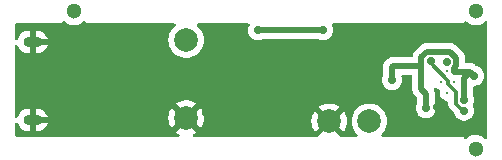
<source format=gbr>
%TF.GenerationSoftware,KiCad,Pcbnew,8.0.6*%
%TF.CreationDate,2024-11-21T20:13:28-05:00*%
%TF.ProjectId,battery_charger,62617474-6572-4795-9f63-686172676572,rev?*%
%TF.SameCoordinates,Original*%
%TF.FileFunction,Copper,L2,Bot*%
%TF.FilePolarity,Positive*%
%FSLAX46Y46*%
G04 Gerber Fmt 4.6, Leading zero omitted, Abs format (unit mm)*
G04 Created by KiCad (PCBNEW 8.0.6) date 2024-11-21 20:13:28*
%MOMM*%
%LPD*%
G01*
G04 APERTURE LIST*
%TA.AperFunction,ComponentPad*%
%ADD10C,0.300000*%
%TD*%
%TA.AperFunction,ComponentPad*%
%ADD11C,2.000000*%
%TD*%
%TA.AperFunction,WasherPad*%
%ADD12C,1.300000*%
%TD*%
%TA.AperFunction,ComponentPad*%
%ADD13O,1.600000X0.900000*%
%TD*%
%TA.AperFunction,ViaPad*%
%ADD14C,0.700000*%
%TD*%
%TA.AperFunction,Conductor*%
%ADD15C,0.300000*%
%TD*%
%TA.AperFunction,Conductor*%
%ADD16C,0.500000*%
%TD*%
G04 APERTURE END LIST*
D10*
%TO.P,U3,12*%
%TO.N,N/C*%
X144810828Y-86500000D03*
%TO.P,U3,13*%
X144235828Y-85550000D03*
%TO.P,U3,14*%
X145385828Y-85550000D03*
%TO.P,U3,15*%
X144810828Y-84600000D03*
%TD*%
D11*
%TO.P,3.3V,*%
%TO.N,3.3V_OUT*%
X138210828Y-88900000D03*
%TD*%
%TO.P,B+,*%
%TO.N,Net-(Q1-S)*%
X122700000Y-82000000D03*
%TD*%
D12*
%TO.P,REF\u002A\u002A,*%
%TO.N,*%
X147210828Y-91200000D03*
%TD*%
D11*
%TO.P,GND,*%
%TO.N,GND*%
X134810828Y-88900000D03*
%TD*%
%TO.P,B-,*%
%TO.N,GND*%
X122700000Y-88600000D03*
%TD*%
D13*
%TO.P,J1,6,Shield*%
%TO.N,GND*%
X109700000Y-82200000D03*
X109700000Y-88800000D03*
%TD*%
D12*
%TO.P,REF\u002A\u002A,*%
%TO.N,*%
X147210828Y-79600000D03*
%TD*%
%TO.P,REF\u002A\u002A,*%
%TO.N,*%
X113200000Y-79600000D03*
%TD*%
D14*
%TO.N,Net-(U3-VAUX)*%
X143410828Y-83800000D03*
X146210828Y-88000000D03*
%TO.N,GND*%
X114400000Y-87200000D03*
X144778841Y-83900732D03*
X141410828Y-85372644D03*
X138210828Y-83600000D03*
X138855414Y-85755414D03*
X114000000Y-83400000D03*
X124410828Y-88200000D03*
X120000000Y-81300000D03*
X143910828Y-87700000D03*
X120597070Y-87302018D03*
X114600000Y-85600000D03*
%TO.N,Net-(Q1-D)*%
X140110831Y-85400000D03*
X134300000Y-81200000D03*
X146210828Y-87099997D03*
X143010828Y-87800000D03*
X128800000Y-81200000D03*
X147060828Y-85051348D03*
%TD*%
D15*
%TO.N,Net-(U3-VAUX)*%
X144885828Y-85475000D02*
X143410828Y-84000000D01*
X145510828Y-86382107D02*
X144885828Y-85757107D01*
X144885828Y-85757107D02*
X144885828Y-85475000D01*
X146210828Y-88000000D02*
X146120881Y-88000000D01*
X146120881Y-88000000D02*
X145510828Y-87389947D01*
X145510828Y-87389947D02*
X145510828Y-86382107D01*
X143410828Y-84000000D02*
X143410828Y-83800000D01*
D16*
%TO.N,Net-(Q1-D)*%
X145578841Y-83569361D02*
X145009480Y-83000000D01*
X128800000Y-81200000D02*
X134300000Y-81200000D01*
X146210828Y-85200000D02*
X146210828Y-87099997D01*
X140210834Y-84200000D02*
X142610828Y-84200000D01*
X146710154Y-84700674D02*
X146210828Y-85200000D01*
X143079457Y-83000000D02*
X142610828Y-83468629D01*
X145410828Y-84400116D02*
X145578841Y-84232103D01*
X145009480Y-83000000D02*
X143079457Y-83000000D01*
X146710154Y-84700674D02*
X145410828Y-84700674D01*
X142610828Y-83468629D02*
X142610828Y-86200000D01*
X140110831Y-85400000D02*
X140110831Y-84300003D01*
X142610828Y-86200000D02*
X143010828Y-86600000D01*
X145578841Y-84232103D02*
X145578841Y-83569361D01*
X140110831Y-84300003D02*
X140210834Y-84200000D01*
X146710154Y-84700674D02*
X147060828Y-85051348D01*
X145410828Y-84700674D02*
X145410828Y-84400116D01*
X143010828Y-86600000D02*
X143010828Y-87800000D01*
%TD*%
%TA.AperFunction,Conductor*%
%TO.N,GND*%
G36*
X146416031Y-80432314D02*
G01*
X146418327Y-80434355D01*
X146514526Y-80522052D01*
X146695809Y-80634298D01*
X146894630Y-80711321D01*
X147104218Y-80750500D01*
X147104220Y-80750500D01*
X147317436Y-80750500D01*
X147317438Y-80750500D01*
X147527026Y-80711321D01*
X147725847Y-80634298D01*
X147907130Y-80522052D01*
X148003291Y-80434388D01*
X148066093Y-80403773D01*
X148135480Y-80411970D01*
X148189421Y-80456380D01*
X148210789Y-80522902D01*
X148210828Y-80526027D01*
X148210828Y-90273972D01*
X148191143Y-90341011D01*
X148138339Y-90386766D01*
X148069181Y-90396710D01*
X148005625Y-90367685D01*
X148003290Y-90365609D01*
X147907131Y-90277949D01*
X147907130Y-90277948D01*
X147725847Y-90165702D01*
X147725845Y-90165701D01*
X147618454Y-90124098D01*
X147527026Y-90088679D01*
X147317438Y-90049500D01*
X147104218Y-90049500D01*
X146894630Y-90088679D01*
X146894627Y-90088679D01*
X146894627Y-90088680D01*
X146695810Y-90165701D01*
X146695808Y-90165702D01*
X146514524Y-90277949D01*
X146418366Y-90365609D01*
X146355562Y-90396226D01*
X146286175Y-90388028D01*
X146232235Y-90343619D01*
X146210867Y-90277096D01*
X146210828Y-90273972D01*
X146210828Y-90200000D01*
X139336274Y-90200000D01*
X139269235Y-90180315D01*
X139223480Y-90127511D01*
X139213536Y-90058353D01*
X139242561Y-89994797D01*
X139245044Y-89992017D01*
X139398992Y-89824785D01*
X139535001Y-89616607D01*
X139634891Y-89388881D01*
X139695936Y-89147821D01*
X139700479Y-89092993D01*
X139716471Y-88900005D01*
X139716471Y-88899994D01*
X139695937Y-88652187D01*
X139695935Y-88652175D01*
X139634891Y-88411118D01*
X139535001Y-88183393D01*
X139398994Y-87975217D01*
X139377385Y-87951744D01*
X139230572Y-87792262D01*
X139034337Y-87639526D01*
X139034335Y-87639525D01*
X139034334Y-87639524D01*
X138815639Y-87521172D01*
X138815630Y-87521169D01*
X138580444Y-87440429D01*
X138335163Y-87399500D01*
X138086493Y-87399500D01*
X137841211Y-87440429D01*
X137606025Y-87521169D01*
X137606016Y-87521172D01*
X137387321Y-87639524D01*
X137191085Y-87792261D01*
X137022661Y-87975217D01*
X136886654Y-88183393D01*
X136786764Y-88411118D01*
X136725720Y-88652175D01*
X136725718Y-88652187D01*
X136705185Y-88899994D01*
X136705185Y-88900005D01*
X136725718Y-89147812D01*
X136725720Y-89147824D01*
X136786764Y-89388881D01*
X136886654Y-89616606D01*
X137022661Y-89824782D01*
X137022664Y-89824785D01*
X137153531Y-89966945D01*
X137176612Y-89992017D01*
X137207534Y-90054672D01*
X137199674Y-90124098D01*
X137155527Y-90178253D01*
X137089109Y-90199944D01*
X137085382Y-90200000D01*
X135808079Y-90200000D01*
X135741040Y-90180315D01*
X135723506Y-90160080D01*
X135720431Y-90163156D01*
X134940237Y-89382962D01*
X135003821Y-89365925D01*
X135117835Y-89300099D01*
X135210927Y-89207007D01*
X135276753Y-89092993D01*
X135293790Y-89029410D01*
X136034262Y-89769882D01*
X136134559Y-89616369D01*
X136234415Y-89388717D01*
X136295440Y-89147738D01*
X136295442Y-89147729D01*
X136315969Y-88900005D01*
X136315969Y-88899994D01*
X136295442Y-88652270D01*
X136295440Y-88652261D01*
X136234415Y-88411282D01*
X136134559Y-88183630D01*
X136034262Y-88030116D01*
X135293790Y-88770589D01*
X135276753Y-88707007D01*
X135210927Y-88592993D01*
X135117835Y-88499901D01*
X135003821Y-88434075D01*
X134940238Y-88417037D01*
X135680885Y-87676390D01*
X135680884Y-87676389D01*
X135634057Y-87639943D01*
X135415442Y-87521635D01*
X135415431Y-87521630D01*
X135180321Y-87440916D01*
X134935121Y-87400000D01*
X134686535Y-87400000D01*
X134441334Y-87440916D01*
X134206224Y-87521630D01*
X134206218Y-87521632D01*
X133987589Y-87639949D01*
X133940770Y-87676388D01*
X133940770Y-87676390D01*
X134681418Y-88417037D01*
X134617835Y-88434075D01*
X134503821Y-88499901D01*
X134410729Y-88592993D01*
X134344903Y-88707007D01*
X134327865Y-88770589D01*
X133587392Y-88030116D01*
X133487095Y-88183632D01*
X133387240Y-88411282D01*
X133326215Y-88652261D01*
X133326213Y-88652270D01*
X133305687Y-88899994D01*
X133305687Y-88900005D01*
X133326213Y-89147729D01*
X133326215Y-89147738D01*
X133387240Y-89388717D01*
X133487094Y-89616364D01*
X133587392Y-89769882D01*
X134327865Y-89029409D01*
X134344903Y-89092993D01*
X134410729Y-89207007D01*
X134503821Y-89300099D01*
X134617835Y-89365925D01*
X134681418Y-89382962D01*
X133901224Y-90163156D01*
X133897956Y-90159888D01*
X133872062Y-90185341D01*
X133813576Y-90200000D01*
X123384734Y-90200000D01*
X123317695Y-90180315D01*
X123271940Y-90127511D01*
X123261996Y-90058353D01*
X123291021Y-89994797D01*
X123325717Y-89966945D01*
X123523228Y-89860057D01*
X123523231Y-89860055D01*
X123570056Y-89823609D01*
X122829409Y-89082962D01*
X122892993Y-89065925D01*
X123007007Y-89000099D01*
X123100099Y-88907007D01*
X123165925Y-88792993D01*
X123182962Y-88729410D01*
X123923434Y-89469882D01*
X124023731Y-89316369D01*
X124123587Y-89088717D01*
X124184612Y-88847738D01*
X124184614Y-88847729D01*
X124205141Y-88600005D01*
X124205141Y-88599994D01*
X124184614Y-88352270D01*
X124184612Y-88352261D01*
X124123587Y-88111282D01*
X124023731Y-87883630D01*
X123923434Y-87730116D01*
X123182962Y-88470589D01*
X123165925Y-88407007D01*
X123100099Y-88292993D01*
X123007007Y-88199901D01*
X122892993Y-88134075D01*
X122829410Y-88117037D01*
X123570057Y-87376390D01*
X123570056Y-87376389D01*
X123523229Y-87339943D01*
X123304614Y-87221635D01*
X123304603Y-87221630D01*
X123069493Y-87140916D01*
X122824293Y-87100000D01*
X122575707Y-87100000D01*
X122330506Y-87140916D01*
X122095396Y-87221630D01*
X122095390Y-87221632D01*
X121876761Y-87339949D01*
X121829942Y-87376388D01*
X121829942Y-87376390D01*
X122570590Y-88117037D01*
X122507007Y-88134075D01*
X122392993Y-88199901D01*
X122299901Y-88292993D01*
X122234075Y-88407007D01*
X122217037Y-88470589D01*
X121476564Y-87730116D01*
X121376267Y-87883632D01*
X121276412Y-88111282D01*
X121215387Y-88352261D01*
X121215385Y-88352270D01*
X121194859Y-88599994D01*
X121194859Y-88600005D01*
X121215385Y-88847729D01*
X121215387Y-88847738D01*
X121276412Y-89088717D01*
X121376266Y-89316364D01*
X121476564Y-89469882D01*
X122217037Y-88729409D01*
X122234075Y-88792993D01*
X122299901Y-88907007D01*
X122392993Y-89000099D01*
X122507007Y-89065925D01*
X122570590Y-89082962D01*
X121829942Y-89823609D01*
X121876768Y-89860055D01*
X121876770Y-89860056D01*
X122074283Y-89966945D01*
X122123874Y-90016165D01*
X122138982Y-90084381D01*
X122114812Y-90149937D01*
X122059036Y-90192018D01*
X122015266Y-90200000D01*
X108324000Y-90200000D01*
X108256961Y-90180315D01*
X108211206Y-90127511D01*
X108200000Y-90076000D01*
X108200000Y-89129513D01*
X108219685Y-89062474D01*
X108272489Y-89016719D01*
X108341647Y-89006775D01*
X108405203Y-89035800D01*
X108438561Y-89082061D01*
X108508117Y-89249987D01*
X108508124Y-89250000D01*
X108612086Y-89405589D01*
X108612089Y-89405593D01*
X108744406Y-89537910D01*
X108744410Y-89537913D01*
X108899999Y-89641875D01*
X108900008Y-89641880D01*
X109072894Y-89713491D01*
X109072902Y-89713493D01*
X109256428Y-89749999D01*
X109256431Y-89750000D01*
X109450000Y-89750000D01*
X109450000Y-89050000D01*
X109950000Y-89050000D01*
X109950000Y-89750000D01*
X110143569Y-89750000D01*
X110143571Y-89749999D01*
X110327097Y-89713493D01*
X110327105Y-89713491D01*
X110499991Y-89641880D01*
X110500000Y-89641875D01*
X110655589Y-89537913D01*
X110655593Y-89537910D01*
X110787910Y-89405593D01*
X110787913Y-89405589D01*
X110891875Y-89250000D01*
X110891880Y-89249991D01*
X110963492Y-89077103D01*
X110963493Y-89077100D01*
X110968884Y-89050000D01*
X110099728Y-89050000D01*
X110191614Y-89011940D01*
X110261940Y-88941614D01*
X110300000Y-88849728D01*
X110300000Y-88750272D01*
X110261940Y-88658386D01*
X110191614Y-88588060D01*
X110099728Y-88550000D01*
X110968884Y-88550000D01*
X110968884Y-88549999D01*
X110963493Y-88522899D01*
X110963492Y-88522896D01*
X110891880Y-88350008D01*
X110891875Y-88349999D01*
X110787913Y-88194410D01*
X110787910Y-88194406D01*
X110655593Y-88062089D01*
X110655589Y-88062086D01*
X110500000Y-87958124D01*
X110499991Y-87958119D01*
X110327105Y-87886508D01*
X110327097Y-87886506D01*
X110143570Y-87850000D01*
X109950000Y-87850000D01*
X109950000Y-88550000D01*
X109450000Y-88550000D01*
X109450000Y-87850000D01*
X109256430Y-87850000D01*
X109072902Y-87886506D01*
X109072894Y-87886508D01*
X108900008Y-87958119D01*
X108899999Y-87958124D01*
X108744410Y-88062086D01*
X108744406Y-88062089D01*
X108612089Y-88194406D01*
X108612086Y-88194410D01*
X108508124Y-88349999D01*
X108508119Y-88350008D01*
X108438561Y-88517939D01*
X108394720Y-88572342D01*
X108328426Y-88594407D01*
X108260727Y-88577128D01*
X108213116Y-88525991D01*
X108200000Y-88470486D01*
X108200000Y-85400000D01*
X139255646Y-85400000D01*
X139274334Y-85577805D01*
X139274335Y-85577807D01*
X139329578Y-85747829D01*
X139329581Y-85747835D01*
X139418972Y-85902665D01*
X139460643Y-85948946D01*
X139538595Y-86035521D01*
X139538598Y-86035523D01*
X139538601Y-86035526D01*
X139683238Y-86140612D01*
X139846564Y-86213329D01*
X140021440Y-86250500D01*
X140021441Y-86250500D01*
X140200220Y-86250500D01*
X140200222Y-86250500D01*
X140375098Y-86213329D01*
X140538424Y-86140612D01*
X140683061Y-86035526D01*
X140802690Y-85902665D01*
X140892081Y-85747835D01*
X140947328Y-85577803D01*
X140966016Y-85400000D01*
X140947328Y-85222197D01*
X140932987Y-85178061D01*
X140911789Y-85112818D01*
X140909794Y-85042977D01*
X140945875Y-84983144D01*
X141008576Y-84952316D01*
X141029720Y-84950500D01*
X141736328Y-84950500D01*
X141803367Y-84970185D01*
X141849122Y-85022989D01*
X141860328Y-85074500D01*
X141860328Y-86273918D01*
X141860328Y-86273920D01*
X141860327Y-86273920D01*
X141889168Y-86418907D01*
X141889171Y-86418917D01*
X141945741Y-86555489D01*
X141945742Y-86555491D01*
X141945744Y-86555495D01*
X141956671Y-86571849D01*
X141956672Y-86571852D01*
X142027874Y-86678414D01*
X142027875Y-86678415D01*
X142027876Y-86678416D01*
X142224010Y-86874549D01*
X142257494Y-86935870D01*
X142260328Y-86962229D01*
X142260328Y-87365678D01*
X142243715Y-87427678D01*
X142229578Y-87452163D01*
X142174332Y-87622192D01*
X142174331Y-87622194D01*
X142155643Y-87800000D01*
X142174331Y-87977805D01*
X142174332Y-87977807D01*
X142229575Y-88147829D01*
X142229578Y-88147835D01*
X142318969Y-88302665D01*
X142359634Y-88347828D01*
X142438592Y-88435521D01*
X142438595Y-88435523D01*
X142438598Y-88435526D01*
X142583235Y-88540612D01*
X142746561Y-88613329D01*
X142921437Y-88650500D01*
X142921438Y-88650500D01*
X143100217Y-88650500D01*
X143100219Y-88650500D01*
X143275095Y-88613329D01*
X143438421Y-88540612D01*
X143583058Y-88435526D01*
X143584365Y-88434075D01*
X143615046Y-88400000D01*
X143702687Y-88302665D01*
X143792078Y-88147835D01*
X143847325Y-87977803D01*
X143866013Y-87800000D01*
X143847325Y-87622197D01*
X143792078Y-87452165D01*
X143789578Y-87447834D01*
X143777941Y-87427678D01*
X143761328Y-87365678D01*
X143761328Y-86526079D01*
X143732487Y-86381092D01*
X143732486Y-86381091D01*
X143732486Y-86381087D01*
X143716785Y-86343182D01*
X143675912Y-86244504D01*
X143675415Y-86243574D01*
X143675301Y-86243030D01*
X143673581Y-86238876D01*
X143674368Y-86238549D01*
X143661173Y-86175171D01*
X143686173Y-86109927D01*
X143742478Y-86068557D01*
X143812212Y-86064195D01*
X143856209Y-86086770D01*
X143857416Y-86085023D01*
X143863589Y-86089284D01*
X144003462Y-86162696D01*
X144040601Y-86171849D01*
X144086658Y-86183201D01*
X144147039Y-86218356D01*
X144178828Y-86280575D01*
X144174013Y-86335313D01*
X144176386Y-86335898D01*
X144174591Y-86343180D01*
X144155550Y-86499999D01*
X144155550Y-86500000D01*
X144174590Y-86656818D01*
X144201463Y-86727675D01*
X144230608Y-86804523D01*
X144320345Y-86934530D01*
X144438588Y-87039283D01*
X144438590Y-87039284D01*
X144578462Y-87112696D01*
X144731842Y-87150500D01*
X144731843Y-87150500D01*
X144736328Y-87150500D01*
X144803367Y-87170185D01*
X144849122Y-87222989D01*
X144860328Y-87274500D01*
X144860328Y-87454017D01*
X144873687Y-87521172D01*
X144873687Y-87521174D01*
X144885325Y-87579683D01*
X144885327Y-87579691D01*
X144910111Y-87639526D01*
X144934363Y-87698074D01*
X145002467Y-87800000D01*
X145005554Y-87804620D01*
X145005555Y-87804621D01*
X145351158Y-88150222D01*
X145381408Y-88199585D01*
X145429575Y-88347828D01*
X145429578Y-88347835D01*
X145518969Y-88502665D01*
X145537188Y-88522899D01*
X145638592Y-88635521D01*
X145638595Y-88635523D01*
X145638598Y-88635526D01*
X145783235Y-88740612D01*
X145946561Y-88813329D01*
X146121437Y-88850500D01*
X146121438Y-88850500D01*
X146300217Y-88850500D01*
X146300219Y-88850500D01*
X146475095Y-88813329D01*
X146638421Y-88740612D01*
X146783058Y-88635526D01*
X146902687Y-88502665D01*
X146992078Y-88347835D01*
X147047325Y-88177803D01*
X147066013Y-88000000D01*
X147047325Y-87822197D01*
X146992078Y-87652165D01*
X146968886Y-87611996D01*
X146952414Y-87544098D01*
X146968887Y-87487998D01*
X146992078Y-87447832D01*
X147047325Y-87277800D01*
X147066013Y-87099997D01*
X147047325Y-86922194D01*
X146992078Y-86752162D01*
X146977941Y-86727675D01*
X146961328Y-86665675D01*
X146961328Y-86025848D01*
X146981013Y-85958809D01*
X147033817Y-85913054D01*
X147085328Y-85901848D01*
X147150217Y-85901848D01*
X147150219Y-85901848D01*
X147325095Y-85864677D01*
X147488421Y-85791960D01*
X147633058Y-85686874D01*
X147752687Y-85554013D01*
X147842078Y-85399183D01*
X147897325Y-85229151D01*
X147916013Y-85051348D01*
X147897325Y-84873545D01*
X147842078Y-84703513D01*
X147752687Y-84548683D01*
X147705831Y-84496644D01*
X147633063Y-84415826D01*
X147633060Y-84415824D01*
X147633059Y-84415823D01*
X147633058Y-84415822D01*
X147488421Y-84310736D01*
X147325095Y-84238019D01*
X147325093Y-84238018D01*
X147319158Y-84235376D01*
X147319936Y-84233627D01*
X147280006Y-84209158D01*
X147188570Y-84117722D01*
X147133747Y-84081091D01*
X147065649Y-84035590D01*
X146929067Y-83979015D01*
X146929059Y-83979013D01*
X146784076Y-83950174D01*
X146784072Y-83950174D01*
X146453341Y-83950174D01*
X146386302Y-83930489D01*
X146340547Y-83877685D01*
X146329341Y-83826174D01*
X146329341Y-83495440D01*
X146300500Y-83350453D01*
X146300499Y-83350452D01*
X146300499Y-83350448D01*
X146300497Y-83350443D01*
X146243928Y-83213872D01*
X146243926Y-83213868D01*
X146243925Y-83213866D01*
X146200917Y-83149500D01*
X146161793Y-83090945D01*
X145876437Y-82805589D01*
X145487901Y-82417052D01*
X145487894Y-82417046D01*
X145414209Y-82367812D01*
X145414209Y-82367813D01*
X145364971Y-82334913D01*
X145228397Y-82278343D01*
X145228387Y-82278340D01*
X145083400Y-82249500D01*
X145083398Y-82249500D01*
X143005539Y-82249500D01*
X143005537Y-82249500D01*
X142860549Y-82278340D01*
X142860539Y-82278343D01*
X142723968Y-82334912D01*
X142723955Y-82334919D01*
X142601041Y-82417048D01*
X142601037Y-82417051D01*
X142027877Y-82990210D01*
X142021002Y-83000501D01*
X142021001Y-83000503D01*
X141945741Y-83113137D01*
X141889171Y-83249711D01*
X141889168Y-83249723D01*
X141869283Y-83349691D01*
X141836898Y-83411602D01*
X141776182Y-83446177D01*
X141747666Y-83449500D01*
X140136910Y-83449500D01*
X140108076Y-83455234D01*
X140108077Y-83455235D01*
X139991927Y-83478339D01*
X139991923Y-83478340D01*
X139914417Y-83510445D01*
X139855340Y-83534915D01*
X139773206Y-83589795D01*
X139732419Y-83617047D01*
X139732415Y-83617050D01*
X139527881Y-83821583D01*
X139527875Y-83821591D01*
X139478643Y-83895271D01*
X139478644Y-83895272D01*
X139445752Y-83944499D01*
X139445745Y-83944511D01*
X139389173Y-84081089D01*
X139389171Y-84081095D01*
X139360331Y-84226082D01*
X139360331Y-84965678D01*
X139343718Y-85027678D01*
X139329581Y-85052163D01*
X139274335Y-85222192D01*
X139274334Y-85222194D01*
X139255646Y-85400000D01*
X108200000Y-85400000D01*
X108200000Y-82529513D01*
X108219685Y-82462474D01*
X108272489Y-82416719D01*
X108341647Y-82406775D01*
X108405203Y-82435800D01*
X108438561Y-82482061D01*
X108508117Y-82649987D01*
X108508124Y-82650000D01*
X108612086Y-82805589D01*
X108612089Y-82805593D01*
X108744406Y-82937910D01*
X108744410Y-82937913D01*
X108899999Y-83041875D01*
X108900008Y-83041880D01*
X109072894Y-83113491D01*
X109072902Y-83113493D01*
X109256428Y-83149999D01*
X109256431Y-83150000D01*
X109450000Y-83150000D01*
X109450000Y-82450000D01*
X109950000Y-82450000D01*
X109950000Y-83150000D01*
X110143569Y-83150000D01*
X110143571Y-83149999D01*
X110327097Y-83113493D01*
X110327105Y-83113491D01*
X110499991Y-83041880D01*
X110500000Y-83041875D01*
X110655589Y-82937913D01*
X110655593Y-82937910D01*
X110787910Y-82805593D01*
X110787913Y-82805589D01*
X110891875Y-82650000D01*
X110891880Y-82649991D01*
X110963492Y-82477103D01*
X110963493Y-82477100D01*
X110968884Y-82450000D01*
X110099728Y-82450000D01*
X110191614Y-82411940D01*
X110261940Y-82341614D01*
X110300000Y-82249728D01*
X110300000Y-82150272D01*
X110261940Y-82058386D01*
X110191614Y-81988060D01*
X110099728Y-81950000D01*
X110968884Y-81950000D01*
X110968884Y-81949999D01*
X110963493Y-81922899D01*
X110963492Y-81922896D01*
X110891880Y-81750008D01*
X110891875Y-81749999D01*
X110787913Y-81594410D01*
X110787910Y-81594406D01*
X110655593Y-81462089D01*
X110655589Y-81462086D01*
X110500000Y-81358124D01*
X110499991Y-81358119D01*
X110327105Y-81286508D01*
X110327097Y-81286506D01*
X110143570Y-81250000D01*
X109950000Y-81250000D01*
X109950000Y-81950000D01*
X109450000Y-81950000D01*
X109450000Y-81250000D01*
X109256430Y-81250000D01*
X109072902Y-81286506D01*
X109072894Y-81286508D01*
X108900008Y-81358119D01*
X108899999Y-81358124D01*
X108744410Y-81462086D01*
X108744406Y-81462089D01*
X108612089Y-81594406D01*
X108612086Y-81594410D01*
X108508124Y-81749999D01*
X108508119Y-81750008D01*
X108438561Y-81917939D01*
X108394720Y-81972342D01*
X108328426Y-81994407D01*
X108260727Y-81977128D01*
X108213116Y-81925991D01*
X108200000Y-81870486D01*
X108200000Y-80724000D01*
X108219685Y-80656961D01*
X108272489Y-80611206D01*
X108324000Y-80600000D01*
X112200000Y-80600000D01*
X112200000Y-80526027D01*
X112219685Y-80458988D01*
X112272489Y-80413233D01*
X112341647Y-80403289D01*
X112405203Y-80432314D01*
X112407499Y-80434355D01*
X112503698Y-80522052D01*
X112684981Y-80634298D01*
X112883802Y-80711321D01*
X113093390Y-80750500D01*
X113093392Y-80750500D01*
X113306608Y-80750500D01*
X113306610Y-80750500D01*
X113516198Y-80711321D01*
X113715019Y-80634298D01*
X113896302Y-80522052D01*
X113992463Y-80434388D01*
X114055265Y-80403773D01*
X114124652Y-80411970D01*
X114178593Y-80456380D01*
X114199961Y-80522902D01*
X114200000Y-80526027D01*
X114200000Y-80600000D01*
X121694555Y-80600000D01*
X121761594Y-80619685D01*
X121807349Y-80672489D01*
X121817293Y-80741647D01*
X121788268Y-80805203D01*
X121770721Y-80821850D01*
X121702007Y-80875332D01*
X121680257Y-80892261D01*
X121511833Y-81075217D01*
X121375826Y-81283393D01*
X121275936Y-81511118D01*
X121214892Y-81752175D01*
X121214890Y-81752187D01*
X121194357Y-81999994D01*
X121194357Y-82000005D01*
X121214890Y-82247812D01*
X121214892Y-82247824D01*
X121275936Y-82488881D01*
X121375826Y-82716606D01*
X121511833Y-82924782D01*
X121511836Y-82924785D01*
X121680256Y-83107738D01*
X121876491Y-83260474D01*
X121876493Y-83260475D01*
X122041349Y-83349691D01*
X122095190Y-83378828D01*
X122330386Y-83459571D01*
X122575665Y-83500500D01*
X122824335Y-83500500D01*
X123069614Y-83459571D01*
X123304810Y-83378828D01*
X123523509Y-83260474D01*
X123719744Y-83107738D01*
X123888164Y-82924785D01*
X124024173Y-82716607D01*
X124124063Y-82488881D01*
X124185108Y-82247821D01*
X124200805Y-82058386D01*
X124205643Y-82000005D01*
X124205643Y-81999994D01*
X124185109Y-81752187D01*
X124185107Y-81752175D01*
X124124063Y-81511118D01*
X124024173Y-81283393D01*
X123888166Y-81075217D01*
X123866557Y-81051744D01*
X123719744Y-80892262D01*
X123629281Y-80821852D01*
X123588470Y-80765143D01*
X123584795Y-80695370D01*
X123619426Y-80634687D01*
X123681368Y-80602360D01*
X123705445Y-80600000D01*
X127949563Y-80600000D01*
X128016602Y-80619685D01*
X128062357Y-80672489D01*
X128072301Y-80741647D01*
X128056951Y-80785998D01*
X128045864Y-80805203D01*
X128018749Y-80852167D01*
X128018747Y-80852170D01*
X127963504Y-81022192D01*
X127963503Y-81022194D01*
X127944815Y-81200000D01*
X127963503Y-81377805D01*
X127963504Y-81377807D01*
X128018747Y-81547829D01*
X128018750Y-81547835D01*
X128108141Y-81702665D01*
X128149812Y-81748946D01*
X128227764Y-81835521D01*
X128227767Y-81835523D01*
X128227770Y-81835526D01*
X128372407Y-81940612D01*
X128535733Y-82013329D01*
X128710609Y-82050500D01*
X128710610Y-82050500D01*
X128889389Y-82050500D01*
X128889391Y-82050500D01*
X129064267Y-82013329D01*
X129181306Y-81961219D01*
X129231741Y-81950500D01*
X133868259Y-81950500D01*
X133918693Y-81961219D01*
X134035733Y-82013329D01*
X134210609Y-82050500D01*
X134210610Y-82050500D01*
X134389389Y-82050500D01*
X134389391Y-82050500D01*
X134564267Y-82013329D01*
X134727593Y-81940612D01*
X134872230Y-81835526D01*
X134991859Y-81702665D01*
X135081250Y-81547835D01*
X135136497Y-81377803D01*
X135155185Y-81200000D01*
X135136497Y-81022197D01*
X135108873Y-80937181D01*
X135081252Y-80852170D01*
X135081251Y-80852168D01*
X135081250Y-80852165D01*
X135043048Y-80785998D01*
X135026577Y-80718099D01*
X135049430Y-80652072D01*
X135104352Y-80608882D01*
X135150437Y-80600000D01*
X146210828Y-80600000D01*
X146210828Y-80526027D01*
X146230513Y-80458988D01*
X146283317Y-80413233D01*
X146352475Y-80403289D01*
X146416031Y-80432314D01*
G37*
%TD.AperFunction*%
%TD*%
M02*

</source>
